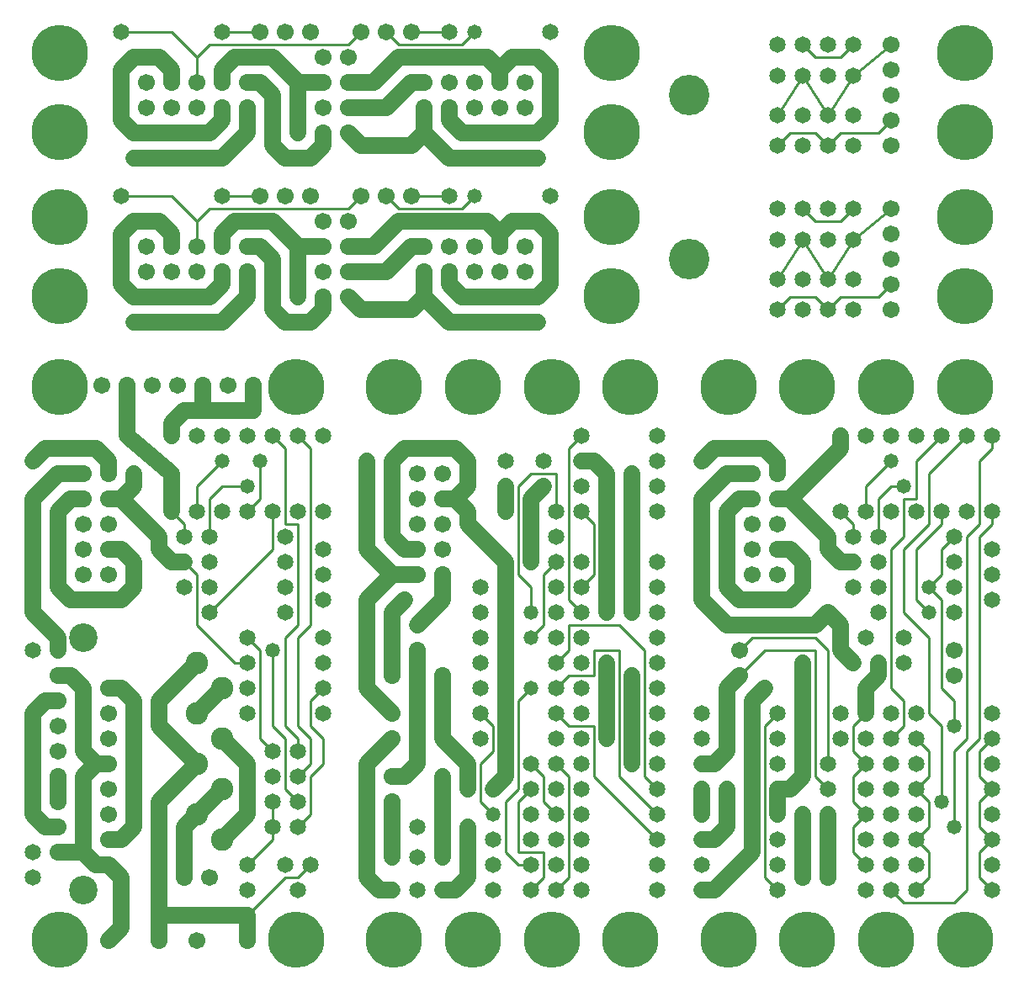
<source format=gtl>
%MOIN*%
%FSLAX25Y25*%
G04 D10 used for Character Trace; *
G04     Circle (OD=.01000) (No hole)*
G04 D11 used for Power Trace; *
G04     Circle (OD=.06500) (No hole)*
G04 D12 used for Signal Trace; *
G04     Circle (OD=.01100) (No hole)*
G04 D13 used for Via; *
G04     Circle (OD=.05800) (Round. Hole ID=.02800)*
G04 D14 used for Component hole; *
G04     Circle (OD=.06500) (Round. Hole ID=.03500)*
G04 D15 used for Component hole; *
G04     Circle (OD=.06700) (Round. Hole ID=.04300)*
G04 D16 used for Component hole; *
G04     Circle (OD=.08100) (Round. Hole ID=.05100)*
G04 D17 used for Component hole; *
G04     Circle (OD=.08900) (Round. Hole ID=.05900)*
G04 D18 used for Component hole; *
G04     Circle (OD=.11300) (Round. Hole ID=.08300)*
G04 D19 used for Component hole; *
G04     Circle (OD=.16000) (Round. Hole ID=.13000)*
G04 D20 used for Component hole; *
G04     Circle (OD=.18300) (Round. Hole ID=.15300)*
G04 D21 used for Component hole; *
G04     Circle (OD=.22291) (Round. Hole ID=.19291)*
%ADD10C,.01000*%
%ADD11C,.06500*%
%ADD12C,.01100*%
%ADD13C,.05800*%
%ADD14C,.06500*%
%ADD15C,.06700*%
%ADD16C,.08100*%
%ADD17C,.08900*%
%ADD18C,.11300*%
%ADD19C,.16000*%
%ADD20C,.18300*%
%ADD21C,.22291*%
%IPPOS*%
%LPD*%
G90*X0Y0D02*D21*X15625Y15625D03*D18*              
X25000Y35000D03*D15*X35000Y15000D03*D11*          
X40000Y20000D01*Y40000D01*X35000Y45000D01*        
X30000D01*X25000Y50000D01*X15000D01*D15*D03*D14*  
X5000Y40000D03*D11*X25000Y50000D02*Y80000D01*     
X30000Y85000D01*X35000D01*D15*D03*D11*X30000D02*  
X25000Y90000D01*Y115000D01*X20000Y120000D01*      
X15000D01*D15*D03*D14*X5000Y130000D03*D11*        
Y105000D02*X10000Y110000D01*X5000Y65000D02*       
Y105000D01*X10000Y60000D02*X5000Y65000D01*        
X10000Y60000D02*X15000D01*D15*D03*D14*            
X5000Y50000D03*D15*X15000Y70000D03*D11*Y80000D01* 
D15*D03*Y90000D03*X35000Y65000D03*Y75000D03*      
X15000Y100000D03*X35000Y95000D03*D11*Y55000D02*   
X40000D01*D15*X35000D03*D11*X40000D02*            
X45000Y60000D01*Y110000D01*X40000Y115000D01*      
X35000D01*D15*D03*Y105000D03*D11*X15000Y130000D02*
Y135000D01*D14*Y130000D03*D11*Y135000D02*         
X5000Y145000D01*Y190000D01*X15000Y200000D01*      
X25000D01*D15*D03*X35000Y190000D03*D11*X40000D01* 
X55000Y175000D01*D14*D03*D11*Y170000D01*          
X60000Y165000D01*X65000D01*D14*D03*D12*           
X70000Y160000D01*Y140000D01*X85000Y125000D01*     
X90000D01*D14*D03*D12*X95000Y95000D02*Y130000D01* 
X100000Y90000D02*X95000Y95000D01*D14*             
X100000Y90000D03*D12*X105000Y75000D02*Y95000D01*  
X110000Y70000D02*X105000Y75000D01*D14*            
X110000Y70000D03*D12*Y60000D02*X115000Y65000D01*  
D14*X110000Y60000D03*D12*X115000Y65000D02*        
Y80000D01*X120000Y85000D01*Y95000D01*             
X115000Y100000D01*Y110000D01*X120000Y115000D01*   
D14*D03*Y125000D03*Y105000D03*D12*                
X110000Y95000D02*X105000Y100000D01*               
X110000Y90000D02*Y95000D01*D14*Y90000D03*D12*     
Y80000D02*X115000Y85000D01*D14*X110000Y80000D03*  
D12*X115000Y85000D02*Y95000D01*X110000Y100000D01* 
Y135000D01*X115000Y140000D01*Y210000D01*          
X110000Y215000D01*D14*D03*D12*X105000Y180000D02*  
Y210000D01*Y180000D02*X110000D01*Y140000D01*      
X105000Y135000D01*Y100000D01*Y95000D02*           
X100000Y100000D01*Y130000D01*D13*D03*D12*         
X95000D02*X90000Y135000D01*D14*D03*               
X75000Y145000D03*D12*X100000Y170000D01*Y185000D01*
D14*D03*D12*X90000D02*X95000Y190000D01*D14*       
X90000Y185000D03*D12*X95000Y190000D02*Y205000D01* 
D13*D03*D14*X100000Y215000D03*D12*                
X105000Y210000D01*D13*X90000Y195000D03*D12*       
X80000D01*X75000Y190000D01*Y175000D01*D14*D03*    
X80000Y185000D03*D12*X65000Y175000D02*Y180000D01* 
D14*Y175000D03*D12*Y180000D02*X60000Y185000D01*   
D14*D03*D11*Y200000D01*X42500Y215000D01*          
Y235000D01*D15*D03*X52500D03*X32500D03*D11*       
X60000Y215000D02*Y220000D01*D14*Y215000D03*D11*   
Y220000D02*X65000Y225000D01*X72500D01*X92500D01*  
Y235000D01*D15*D03*X82500D03*D21*                 
X109375Y234375D03*D14*X80000Y215000D03*X90000D03* 
D15*X72500Y235000D03*D11*Y225000D01*D15*          
X62500Y235000D03*D14*X70000Y215000D03*D13*        
X80000Y205000D03*D12*X70000Y195000D01*Y185000D01* 
D14*D03*X75000Y165000D03*D13*X45000Y200000D03*D11*
Y195000D01*X40000Y190000D01*D15*X35000Y180000D03* 
Y200000D03*D11*Y205000D01*X30000Y210000D01*       
X10000D01*X5000Y205000D01*D13*D03*D11*            
X15000Y185000D02*X20000Y190000D01*                
X15000Y155000D02*Y185000D01*X20000Y150000D02*     
X15000Y155000D01*X20000Y150000D02*X40000D01*      
X45000Y155000D01*Y165000D01*X40000Y170000D01*     
X35000D01*D15*D03*X25000Y180000D03*Y160000D03*    
Y170000D03*X35000Y160000D03*X25000Y190000D03*D11* 
X20000D01*D14*X65000Y155000D03*D21*               
X15625Y234375D03*D14*X75000Y155000D03*D18*        
X25000Y135000D03*D17*X70000Y125000D03*D11*        
X55000Y110000D01*Y105000D01*D13*D03*D11*          
Y100000D01*X70000Y85000D01*D17*D03*D11*           
X55000Y70000D01*Y25000D01*Y15000D01*D15*D03*D11*  
Y25000D02*X90000D01*Y15000D01*D15*D03*D12*        
Y25000D02*X105000Y40000D01*X110000D01*            
X115000Y45000D01*D14*D03*X110000Y35000D03*        
X105000Y45000D03*X100000Y60000D03*D12*Y55000D01*  
X90000Y45000D01*D14*D03*D17*X80000Y55000D03*D11*  
X90000Y65000D01*Y85000D01*X80000Y95000D01*D17*D03*
D14*X90000Y105000D03*D17*X70000D03*D11*           
X80000Y115000D01*D17*D03*D14*X90000D03*           
X105000Y145000D03*X100000Y80000D03*               
X105000Y155000D03*D17*X80000Y75000D03*D11*        
X70000Y65000D01*D17*D03*D11*X65000Y60000D01*      
Y40000D01*D15*D03*X75000D03*D14*X90000Y35000D03*  
D15*X70000Y15000D03*D12*X100000Y60000D02*         
Y70000D01*D14*D03*D21*X109375Y15625D03*D14*       
X120000Y135000D03*Y150000D03*D15*X15000Y110000D03*
D11*X10000D01*D14*X105000Y165000D03*Y175000D03*   
X110000Y185000D03*X120000Y160000D03*Y170000D03*   
Y185000D03*Y215000D03*G90*X2500Y0D02*D11*         
X142500Y35000D02*X137500Y40000D01*                
X142500Y35000D02*X147500D01*D14*D03*              
X157500Y48000D03*D11*X137500Y40000D02*Y85000D01*  
X147500Y95000D01*D15*D03*D11*X152500Y80000D02*    
X157500Y85000D01*X147500Y80000D02*X152500D01*D15* 
X147500D03*Y70000D03*D11*Y48000D01*D14*D03*       
X157500Y35000D03*Y60000D03*X167500Y35000D03*D11*  
X172500D01*X177500Y40000D01*Y60000D01*D14*D03*    
X187500Y55000D03*D12*Y65000D02*X182500Y70000D01*  
D13*X187500Y65000D03*D12*X192500Y50000D02*        
Y70000D01*X197500Y45000D02*X192500Y50000D01*      
X197500Y45000D02*X202500D01*D14*D03*D12*Y35000D02*
X207500Y40000D01*D14*X202500Y35000D03*D12*        
X207500Y40000D02*Y50000D01*X197500D01*Y70000D01*  
X202500Y75000D01*D14*D03*D12*X212500Y65000D02*    
X207500Y70000D01*D14*X212500Y65000D03*D12*        
X207500Y70000D02*Y80000D01*X202500Y85000D01*D14*  
D03*X212500Y75000D03*Y95000D03*D12*               
X192500Y70000D02*X197500Y75000D01*Y110000D01*     
X202500Y115000D01*D13*D03*D14*X212500Y105000D03*  
D12*X217500Y100000D01*X227500D01*Y80000D01*       
X252500Y55000D01*D14*D03*Y65000D03*D12*           
X237500Y80000D01*Y130000D01*X227500D01*Y120000D01*
X217500D01*X212500Y115000D01*D14*D03*             
X222500Y105000D03*Y125000D03*Y115000D03*          
X212500Y125000D03*D12*X217500Y130000D01*          
Y140000D01*X237500D01*X247500Y130000D01*Y80000D01*
X252500Y75000D01*D14*D03*D13*X242500Y85000D03*D11*
Y120000D01*D13*D03*D14*X252500Y115000D03*D13*     
X232500Y125000D03*D11*Y95000D01*D13*D03*D14*      
X222500Y85000D03*Y95000D03*D12*X217500Y40000D02*  
Y80000D01*X212500Y35000D02*X217500Y40000D01*D14*  
X212500Y35000D03*X222500Y45000D03*Y35000D03*      
X212500Y45000D03*X222500Y55000D03*X212500D03*D21* 
X210625Y15625D03*D14*X202500Y55000D03*            
X187500Y45000D03*Y35000D03*D21*X241875Y15625D03*  
D14*X222500Y65000D03*X202500D03*D21*              
X179375Y15625D03*D12*X182500Y70000D02*Y85000D01*  
X187500Y90000D01*Y100000D01*X182500Y105000D01*D14*
D03*Y115000D03*Y95000D03*D15*X167500Y120000D03*   
D11*Y100000D01*D14*D03*D11*Y95000D01*             
X177500Y85000D01*Y75000D01*D14*D03*               
X167500Y80000D03*D11*Y48000D01*D14*D03*           
X187500Y75000D03*D11*X192500Y80000D01*Y155000D01* 
D13*D03*D11*Y165000D01*X182500Y175000D01*D13*D03* 
D11*X177500Y180000D01*Y185000D01*                 
X172500Y190000D01*X167500D01*D15*D03*D11*         
X172500D02*X177500Y195000D01*Y205000D01*D13*D03*  
D11*X172500Y210000D01*X152500D01*                 
X147500Y205000D01*Y175000D01*X152500Y170000D01*   
X157500D01*D15*D03*X167500Y160000D03*D11*         
Y150000D01*X157500Y140000D01*D13*D03*D11*         
X147500Y120000D02*Y145000D01*D15*Y120000D03*      
X157500Y130000D03*D11*Y85000D01*D15*              
X147500Y105000D03*D11*X137500Y115000D01*          
Y150000D01*X147500Y160000D01*X157500D01*D15*D03*  
X167500Y170000D03*D13*X152500Y150000D03*D11*      
X147500Y145000D01*Y160000D02*X137500Y170000D01*   
Y205000D01*D13*D03*D15*X157500Y190000D03*         
Y200000D03*Y180000D03*X167500D03*D21*             
X148125Y234375D03*D15*X167500Y200000D03*D21*      
X179375Y234375D03*D14*X182500Y155000D03*          
X192500Y185000D03*D11*Y195000D01*D14*D03*D12*     
X197500Y160000D02*Y195000D01*X202500Y155000D02*   
X197500Y160000D01*X202500Y145000D02*Y155000D01*   
D13*Y145000D03*D12*Y135000D02*X207500Y140000D01*  
D13*X202500Y135000D03*D12*X207500Y140000D02*      
Y160000D01*X212500Y165000D01*D14*D03*             
X222500Y155000D03*D12*X227500Y160000D01*          
Y180000D01*X222500Y185000D01*D14*D03*             
X232500Y175000D03*D11*Y145000D01*D13*D03*D14*     
X222500Y135000D03*D13*X242500Y145000D03*D11*      
Y175000D01*D14*D03*D11*Y200000D01*D13*D03*D14*    
X252500Y195000D03*D11*X232500Y175000D02*          
Y200000D01*D14*X222500Y165000D03*                 
X252500Y155000D03*X212500D03*X252500Y165000D03*   
X212500Y185000D03*D12*Y200000D01*X202500D01*      
X197500Y195000D01*D11*X202500Y185000D02*          
Y190000D01*D14*Y185000D03*D11*Y165000D01*D13*D03* 
D14*X212500Y175000D03*D12*X222500Y145000D02*      
X217500Y150000D01*D14*X222500Y145000D03*D12*      
X217500Y150000D02*Y210000D01*X222500Y215000D01*   
D14*D03*Y205000D03*D11*X227500D01*                
X232500Y200000D01*D14*X222500Y195000D03*          
X252500Y185000D03*Y205000D03*Y215000D03*          
X207500Y205000D03*Y195000D03*D11*                 
X202500Y190000D01*D14*X192500Y205000D03*D21*      
X241875Y234375D03*D14*X182500Y145000D03*D21*      
X210625Y234375D03*D14*X212500Y145000D03*          
X252500D03*X182500Y135000D03*X212500D03*          
X252500D03*X182500Y125000D03*X252500D03*          
Y105000D03*Y95000D03*X212500Y85000D03*D12*        
X217500Y80000D01*D14*X222500Y75000D03*            
X252500Y45000D03*Y85000D03*Y35000D03*D21*         
X148125Y15625D03*G90*X0Y0D02*D14*X270000Y35000D03*
D11*X275000D01*X290000Y50000D01*Y110000D01*       
X295000Y115000D01*D13*D03*D15*X285000Y120000D03*  
D11*X280000Y115000D01*Y90000D01*X275000Y85000D01* 
X270000D01*D14*D03*D13*X280000Y75000D03*D11*      
Y60000D01*X275000Y55000D01*X270000D01*D14*D03*    
Y65000D03*D11*Y75000D01*D14*D03*Y95000D03*D12*    
X295000Y40000D02*Y100000D01*X300000Y35000D02*     
X295000Y40000D01*D14*X300000Y35000D03*Y45000D03*  
D15*X310000Y40000D03*D11*Y65000D01*D14*D03*       
X320000Y75000D03*D12*X315000Y80000D01*Y130000D01* 
X295000D01*X285000Y120000D01*D15*Y130000D03*D12*  
X290000Y135000D01*X315000D01*X320000Y130000D01*   
Y85000D01*D14*D03*D13*X310000Y95000D03*D11*       
Y80000D01*X305000Y75000D01*X300000D01*D14*D03*D11*
Y65000D01*D14*D03*Y55000D03*X320000Y65000D03*D11* 
Y40000D01*D15*D03*D12*X335000Y45000D02*           
X330000Y50000D01*D14*X335000Y45000D03*D12*        
X330000Y50000D02*Y60000D01*X335000Y65000D01*D14*  
D03*D12*X330000Y70000D01*Y80000D01*               
X335000Y85000D01*D14*D03*D12*X330000Y90000D01*    
Y100000D01*X335000Y105000D01*D14*D03*D11*         
Y115000D01*X340000Y120000D01*Y125000D01*D14*D03*  
X350000Y135000D03*Y125000D03*X330000D03*D11*      
X325000Y130000D01*Y140000D01*X320000Y145000D01*   
D13*D03*D11*X315000Y140000D01*X280000D01*         
X270000Y150000D01*Y190000D01*X280000Y200000D01*   
X290000D01*D15*D03*X300000Y190000D03*D11*         
X305000D01*X320000Y175000D01*D14*D03*D11*         
Y170000D01*X325000Y165000D01*X330000D01*D14*D03*  
X340000Y155000D03*Y175000D03*D12*Y190000D01*      
X345000Y195000D01*X350000D01*D13*D03*D12*         
Y190000D02*X355000D01*X350000Y175000D02*          
Y190000D01*X345000Y170000D02*X350000Y175000D01*   
X345000Y115000D02*Y170000D01*X350000Y110000D02*   
X345000Y115000D01*X350000Y100000D02*Y110000D01*   
X345000Y95000D02*X350000Y100000D01*D14*           
X345000Y95000D03*X355000Y85000D03*Y105000D03*     
Y95000D03*D12*X360000Y90000D01*Y80000D01*         
X355000Y75000D01*D14*D03*D12*X360000Y70000D01*    
Y60000D01*X355000Y55000D01*D14*D03*D12*           
X360000Y50000D01*Y40000D01*X355000Y35000D01*D14*  
D03*D12*X350000Y30000D02*X370000D01*              
X375000Y35000D01*Y90000D01*X380000Y95000D01*      
Y175000D01*X385000Y180000D01*Y185000D01*D14*D03*  
D12*X375000Y175000D02*X380000Y180000D01*          
X375000Y95000D02*Y175000D01*X370000Y90000D02*     
X375000Y95000D01*X370000Y60000D02*Y90000D01*D13*  
Y60000D03*D12*X380000Y40000D02*Y50000D01*         
X385000Y35000D02*X380000Y40000D01*D14*            
X385000Y35000D03*Y45000D03*D12*X380000Y50000D02*  
X385000Y55000D01*D14*D03*D12*X380000Y60000D01*    
Y70000D01*X385000Y75000D01*D14*D03*D12*           
X380000Y80000D01*Y90000D01*X385000Y95000D01*D14*  
D03*Y105000D03*Y85000D03*D12*X370000Y100000D02*   
Y110000D01*D13*Y100000D03*D12*X365000Y70000D02*   
Y100000D01*D13*Y70000D03*D14*X355000Y65000D03*    
X345000Y85000D03*X385000Y65000D03*                
X345000Y75000D03*Y65000D03*Y55000D03*Y45000D03*   
X355000D03*X335000Y95000D03*Y75000D03*D12*        
X365000Y100000D02*X360000Y105000D01*Y135000D01*   
X350000Y145000D01*Y170000D01*X360000Y180000D01*   
Y200000D01*X375000Y215000D01*D14*D03*D12*         
X380000Y205000D02*X385000Y210000D01*              
X380000Y180000D02*Y205000D01*D14*                 
X375000Y185000D03*X370000Y175000D03*D12*          
X365000Y170000D01*Y160000D01*X360000Y155000D01*   
D13*D03*D12*X365000Y150000D01*Y115000D01*         
X370000Y110000D01*D15*Y120000D03*Y130000D03*D14*  
X345000Y105000D03*X335000Y135000D03*              
X370000Y145000D03*D13*X360000D03*D12*             
X355000Y150000D01*Y170000D01*X365000Y180000D01*   
Y185000D01*D14*D03*D12*X355000Y190000D02*         
Y205000D01*X365000Y215000D01*D14*D03*X355000D03*  
D21*X343125Y234375D03*X374375D03*D12*             
X385000Y210000D02*Y215000D01*D14*D03*             
X355000Y185000D03*X345000Y215000D03*D13*          
Y205000D03*D12*X335000Y195000D01*Y185000D01*D14*  
D03*D12*X330000Y175000D02*Y180000D01*D14*         
Y175000D03*D12*Y180000D02*X325000Y185000D01*D14*  
D03*D11*X310000Y155000D02*Y165000D01*             
X305000Y150000D02*X310000Y155000D01*              
X285000Y150000D02*X305000D01*X285000D02*          
X280000Y155000D01*Y185000D01*X285000Y190000D01*   
X290000D01*D15*D03*X300000Y180000D03*Y200000D03*  
D11*Y205000D01*X295000Y210000D01*X275000D01*      
X270000Y205000D01*D13*D03*D15*X290000Y180000D03*  
D21*X280625Y234375D03*D11*X310000Y165000D02*      
X305000Y170000D01*X300000D01*D15*D03*             
X290000Y160000D03*Y170000D03*X300000Y160000D03*   
D11*X305000Y190000D02*X325000Y210000D01*          
Y215000D01*D14*D03*X335000D03*D21*                
X311875Y234375D03*D14*X345000Y185000D03*          
X340000Y165000D03*X370000D03*X385000Y160000D03*   
Y170000D03*X330000Y155000D03*X370000D03*          
X385000Y150000D03*X340000Y145000D03*D13*          
X310000Y125000D03*D11*Y95000D01*D14*              
X300000Y105000D03*D12*X295000Y100000D01*D14*      
X300000Y95000D03*Y85000D03*X270000Y105000D03*     
X325000Y95000D03*Y105000D03*X335000Y55000D03*     
X270000Y45000D03*X335000Y35000D03*X345000D03*D12* 
X350000Y30000D01*D21*X343125Y15625D03*X374375D03* 
X311875D03*X280625D03*G90*X0Y0D02*D13*            
X205000Y260000D03*D11*X170000D01*                 
X160000Y270000D01*Y280000D01*D15*D03*             
X170000Y290000D03*D11*X175000Y270000D02*          
X170000Y275000D01*X205000Y270000D02*X175000D01*   
X210000Y275000D02*X205000Y270000D01*              
X210000Y275000D02*Y295000D01*X205000Y300000D01*   
X195000D01*X190000Y295000D01*Y290000D01*D15*D03*  
D11*Y295000D02*X185000Y300000D01*X150000D01*      
X140000Y290000D01*X130000D01*D15*D03*             
X120000Y300000D03*Y280000D03*X130000Y300000D03*   
X120000Y290000D03*D11*X110000D01*Y270000D01*D13*  
D03*D11*X120000Y265000D02*Y270000D01*D15*D03*D11* 
Y265000D02*X115000Y260000D01*X105000D01*          
X100000Y265000D01*Y285000D01*X95000Y290000D01*    
X90000D01*D15*D03*D11*X110000D02*                 
X100000Y300000D01*X85000D01*X80000Y295000D01*     
Y290000D01*D15*D03*X90000Y280000D03*D11*          
Y270000D01*X80000Y260000D01*X45000D01*D13*D03*D11*
X75000Y270000D02*X45000D01*X80000Y275000D02*      
X75000Y270000D01*X80000Y275000D02*Y280000D01*D15* 
D03*X70000Y290000D03*D12*Y300000D01*              
X75000Y305000D01*X130000D01*X135000Y310000D01*D15*
D03*X145000D03*D12*X150000Y305000D01*X175000D01*  
X180000Y310000D01*D13*D03*D14*X170000D03*D12*     
X155000D01*D15*D03*D11*X160000Y290000D02*         
X155000D01*D15*X160000D03*D11*X155000D02*         
X145000Y280000D01*X130000D01*D15*D03*Y270000D03*  
D11*X135000Y265000D01*X155000D01*                 
X160000Y270000D01*D15*X170000Y280000D03*D11*      
Y275000D01*D15*X180000Y280000D03*Y290000D03*      
X190000Y280000D03*X200000D03*Y290000D03*D14*      
X210000Y310000D03*D15*X115000D03*X105000D03*D21*  
X234375Y270625D03*Y301875D03*D15*X95000Y310000D03*
D12*X80000D01*D14*D03*D12*X70000Y300000D02*       
X60000Y310000D01*X40000D01*D14*D03*D11*           
X55000Y300000D02*X45000D01*X60000Y295000D02*      
X55000Y300000D01*X60000Y290000D02*Y295000D01*D15* 
Y290000D03*X70000Y280000D03*X50000D03*Y290000D03* 
X60000Y280000D03*D11*X45000Y300000D02*            
X40000Y295000D01*Y275000D01*X45000Y270000D01*D21* 
X15625Y301875D03*Y270625D03*G90*X0Y0D02*D13*      
X205000Y325000D03*D11*X170000D01*                 
X160000Y335000D01*Y345000D01*D15*D03*             
X170000Y355000D03*D11*X175000Y335000D02*          
X170000Y340000D01*X205000Y335000D02*X175000D01*   
X210000Y340000D02*X205000Y335000D01*              
X210000Y340000D02*Y360000D01*X205000Y365000D01*   
X195000D01*X190000Y360000D01*Y355000D01*D15*D03*  
D11*Y360000D02*X185000Y365000D01*X150000D01*      
X140000Y355000D01*X130000D01*D15*D03*             
X120000Y365000D03*Y345000D03*X130000Y365000D03*   
X120000Y355000D03*D11*X110000D01*Y335000D01*D13*  
D03*D11*X120000Y330000D02*Y335000D01*D15*D03*D11* 
Y330000D02*X115000Y325000D01*X105000D01*          
X100000Y330000D01*Y350000D01*X95000Y355000D01*    
X90000D01*D15*D03*D11*X110000D02*                 
X100000Y365000D01*X85000D01*X80000Y360000D01*     
Y355000D01*D15*D03*X90000Y345000D03*D11*          
Y335000D01*X80000Y325000D01*X45000D01*D13*D03*D11*
X75000Y335000D02*X45000D01*X80000Y340000D02*      
X75000Y335000D01*X80000Y340000D02*Y345000D01*D15* 
D03*X70000Y355000D03*D12*Y365000D01*              
X75000Y370000D01*X130000D01*X135000Y375000D01*D15*
D03*X145000D03*D12*X150000Y370000D01*X175000D01*  
X180000Y375000D01*D13*D03*D14*X170000D03*D12*     
X155000D01*D15*D03*D11*X160000Y355000D02*         
X155000D01*D15*X160000D03*D11*X155000D02*         
X145000Y345000D01*X130000D01*D15*D03*Y335000D03*  
D11*X135000Y330000D01*X155000D01*                 
X160000Y335000D01*D15*X170000Y345000D03*D11*      
Y340000D01*D15*X180000Y345000D03*Y355000D03*      
X190000Y345000D03*X200000D03*Y355000D03*D14*      
X210000Y375000D03*D15*X115000D03*X105000D03*D21*  
X234375Y335625D03*Y366875D03*D15*X95000Y375000D03*
D12*X80000D01*D14*D03*D12*X70000Y365000D02*       
X60000Y375000D01*X40000D01*D14*D03*D11*           
X55000Y365000D02*X45000D01*X60000Y360000D02*      
X55000Y365000D01*X60000Y355000D02*Y360000D01*D15* 
Y355000D03*X70000Y345000D03*X50000D03*Y355000D03* 
X60000Y345000D03*D11*X45000Y365000D02*            
X40000Y360000D01*Y340000D01*X45000Y335000D01*D21* 
X15625Y366875D03*Y335625D03*G90*X0Y0D02*D19*      
X265000Y285000D03*D14*X300000Y265000D03*D12*      
X305000Y270000D01*X315000D01*X320000Y265000D01*   
D14*D03*D12*X325000Y270000D01*X340000D01*         
X345000Y275000D01*D15*D03*Y285000D03*Y265000D03*  
D14*X330000Y292950D03*D12*X345000Y305000D01*D15*  
D03*Y295000D03*D12*X330000Y292950D02*             
X320000Y277050D01*D14*D03*D12*X310000Y292950D01*  
D14*D03*D12*X300000Y277050D01*D14*D03*X310000D03* 
X300000Y292950D03*X310000Y265000D03*D12*          
X325000Y300000D02*X315000D01*X330000Y305000D02*   
X325000Y300000D01*D14*X330000Y305000D03*          
X320000D03*Y292950D03*D12*X315000Y300000D02*      
X310000Y305000D01*D14*D03*X300000D03*             
X330000Y277050D03*Y265000D03*D21*                 
X374375Y270625D03*Y301875D03*G90*X0Y0D02*D14*     
X330000Y330000D03*X320000D03*D12*                 
X325000Y335000D01*X340000D01*X345000Y340000D01*   
D15*D03*Y350000D03*Y330000D03*D14*                
X330000Y357950D03*D12*X345000Y370000D01*D15*D03*  
Y360000D03*D12*X330000Y357950D02*                 
X320000Y342050D01*D14*D03*D12*X310000Y357950D01*  
D14*D03*D12*X300000Y342050D01*D14*D03*X310000D03* 
X300000Y357950D03*D12*X315000Y335000D02*          
X305000D01*X320000Y330000D02*X315000Y335000D01*   
D14*X310000Y330000D03*X330000Y342050D03*D12*      
X305000Y335000D02*X300000Y330000D01*D14*D03*      
X320000Y357950D03*D12*X330000Y370000D02*          
X325000Y365000D01*D14*X330000Y370000D03*D12*      
X325000Y365000D02*X315000D01*X310000Y370000D01*   
D14*D03*X320000D03*X300000D03*D19*                
X265000Y350000D03*D21*X374375Y335625D03*          
Y366875D03*M02*                                   

</source>
